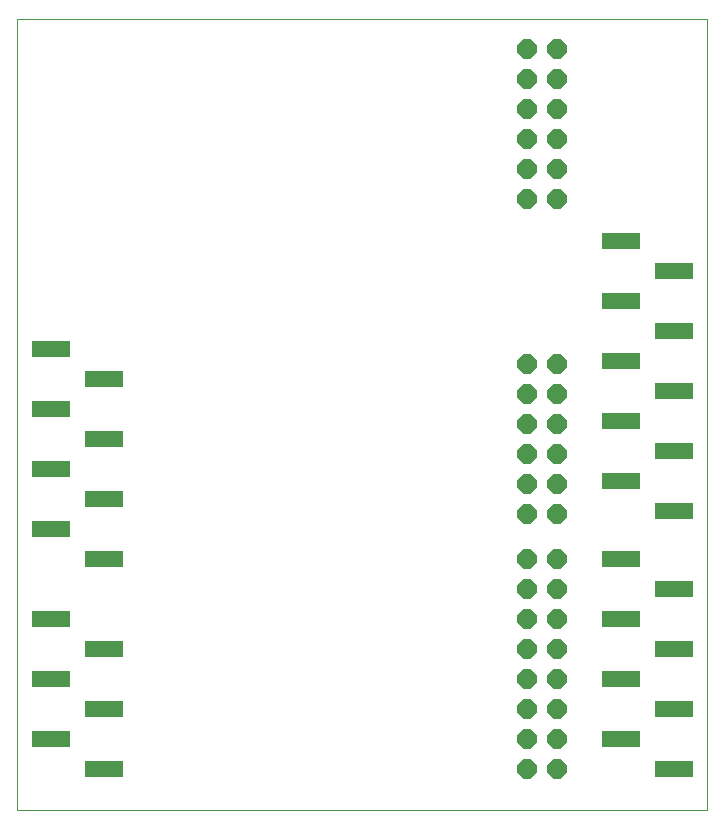
<source format=gts>
G75*
%MOIN*%
%OFA0B0*%
%FSLAX24Y24*%
%IPPOS*%
%LPD*%
%AMOC8*
5,1,8,0,0,1.08239X$1,22.5*
%
%ADD10C,0.0000*%
%ADD11R,0.1290X0.0540*%
%ADD12OC8,0.0640*%
D10*
X000180Y000310D02*
X023176Y000310D01*
X023176Y026680D01*
X000180Y026680D01*
X000180Y000310D01*
D11*
X001305Y002680D03*
X001305Y004680D03*
X001305Y006680D03*
X003055Y005680D03*
X003055Y003680D03*
X003055Y001680D03*
X003055Y008680D03*
X003055Y010680D03*
X003055Y012680D03*
X003055Y014680D03*
X001305Y013680D03*
X001305Y011680D03*
X001305Y009680D03*
X001305Y015680D03*
X020305Y015280D03*
X020305Y013280D03*
X020305Y011280D03*
X022055Y010280D03*
X022055Y012280D03*
X022055Y014280D03*
X022055Y016280D03*
X022055Y018280D03*
X020305Y017280D03*
X020305Y019280D03*
X020305Y008680D03*
X020305Y006680D03*
X020305Y004680D03*
X020305Y002680D03*
X022055Y001680D03*
X022055Y003680D03*
X022055Y005680D03*
X022055Y007680D03*
D12*
X018180Y007680D03*
X018180Y006680D03*
X018180Y005680D03*
X018180Y004680D03*
X018180Y003680D03*
X018180Y002680D03*
X018180Y001680D03*
X017180Y001680D03*
X017180Y002680D03*
X017180Y003680D03*
X017180Y004680D03*
X017180Y005680D03*
X017180Y006680D03*
X017180Y007680D03*
X017180Y008680D03*
X018180Y008680D03*
X018180Y010180D03*
X018180Y011180D03*
X018180Y012180D03*
X018180Y013180D03*
X018180Y014180D03*
X018180Y015180D03*
X017180Y015180D03*
X017180Y014180D03*
X017180Y013180D03*
X017180Y012180D03*
X017180Y011180D03*
X017180Y010180D03*
X017180Y020680D03*
X017180Y021680D03*
X017180Y022680D03*
X017180Y023680D03*
X017180Y024680D03*
X017180Y025680D03*
X018180Y025680D03*
X018180Y024680D03*
X018180Y023680D03*
X018180Y022680D03*
X018180Y021680D03*
X018180Y020680D03*
M02*

</source>
